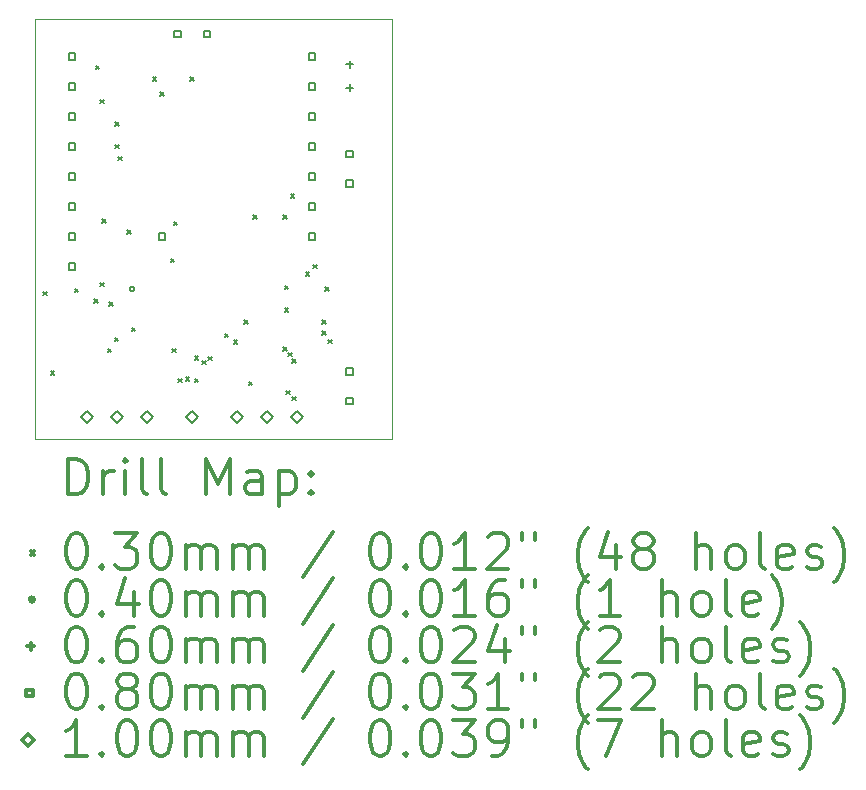
<source format=gbr>
%FSLAX45Y45*%
G04 Gerber Fmt 4.5, Leading zero omitted, Abs format (unit mm)*
G04 Created by KiCad (PCBNEW (5.1.5)-3) date 2021-02-15 21:04:54*
%MOMM*%
%LPD*%
G04 APERTURE LIST*
%TA.AperFunction,Profile*%
%ADD10C,0.050000*%
%TD*%
%ADD11C,0.200000*%
%ADD12C,0.300000*%
G04 APERTURE END LIST*
D10*
X6032500Y-11620500D02*
X6032500Y-8064500D01*
X9055100Y-11620500D02*
X6032500Y-11620500D01*
X9055100Y-8064500D02*
X9055100Y-11620500D01*
X6032500Y-8064500D02*
X9055100Y-8064500D01*
D11*
X6106400Y-10373600D02*
X6136400Y-10403600D01*
X6136400Y-10373600D02*
X6106400Y-10403600D01*
X6169900Y-11046700D02*
X6199900Y-11076700D01*
X6199900Y-11046700D02*
X6169900Y-11076700D01*
X6373100Y-10348200D02*
X6403100Y-10378200D01*
X6403100Y-10348200D02*
X6373100Y-10378200D01*
X6538200Y-10437100D02*
X6568200Y-10467100D01*
X6568200Y-10437100D02*
X6538200Y-10467100D01*
X6550900Y-8459400D02*
X6580900Y-8489400D01*
X6580900Y-8459400D02*
X6550900Y-8489400D01*
X6587300Y-10295700D02*
X6617300Y-10325700D01*
X6617300Y-10295700D02*
X6587300Y-10325700D01*
X6589000Y-8748000D02*
X6619000Y-8778000D01*
X6619000Y-8748000D02*
X6589000Y-8778000D01*
X6607300Y-9756900D02*
X6637300Y-9786900D01*
X6637300Y-9756900D02*
X6607300Y-9786900D01*
X6652500Y-10856200D02*
X6682500Y-10886200D01*
X6682500Y-10856200D02*
X6652500Y-10886200D01*
X6665200Y-10462500D02*
X6695200Y-10492500D01*
X6695200Y-10462500D02*
X6665200Y-10492500D01*
X6710400Y-10760200D02*
X6740400Y-10790200D01*
X6740400Y-10760200D02*
X6710400Y-10790200D01*
X6716000Y-8938500D02*
X6746000Y-8968500D01*
X6746000Y-8938500D02*
X6716000Y-8968500D01*
X6716000Y-9129000D02*
X6746000Y-9159000D01*
X6746000Y-9129000D02*
X6716000Y-9159000D01*
X6739650Y-9228850D02*
X6769650Y-9258850D01*
X6769650Y-9228850D02*
X6739650Y-9258850D01*
X6817600Y-9852900D02*
X6847600Y-9882900D01*
X6847600Y-9852900D02*
X6817600Y-9882900D01*
X6855700Y-10678400D02*
X6885700Y-10708400D01*
X6885700Y-10678400D02*
X6855700Y-10708400D01*
X7033500Y-8557500D02*
X7063500Y-8587500D01*
X7063500Y-8557500D02*
X7033500Y-8587500D01*
X7097000Y-8684500D02*
X7127000Y-8714500D01*
X7127000Y-8684500D02*
X7097000Y-8714500D01*
X7185900Y-10093165D02*
X7215900Y-10123165D01*
X7215900Y-10093165D02*
X7185900Y-10123165D01*
X7198600Y-10856200D02*
X7228600Y-10886200D01*
X7228600Y-10856200D02*
X7198600Y-10886200D01*
X7209384Y-9778616D02*
X7239384Y-9808616D01*
X7239384Y-9778616D02*
X7209384Y-9808616D01*
X7249400Y-11110200D02*
X7279400Y-11140200D01*
X7279400Y-11110200D02*
X7249400Y-11140200D01*
X7312900Y-11097500D02*
X7342900Y-11127500D01*
X7342900Y-11097500D02*
X7312900Y-11127500D01*
X7351000Y-8557500D02*
X7381000Y-8587500D01*
X7381000Y-8557500D02*
X7351000Y-8587500D01*
X7389100Y-10919700D02*
X7419100Y-10949700D01*
X7419100Y-10919700D02*
X7389100Y-10949700D01*
X7389100Y-11110200D02*
X7419100Y-11140200D01*
X7419100Y-11110200D02*
X7389100Y-11140200D01*
X7452600Y-10957800D02*
X7482600Y-10987800D01*
X7482600Y-10957800D02*
X7452600Y-10987800D01*
X7505100Y-10921400D02*
X7535100Y-10951400D01*
X7535100Y-10921400D02*
X7505100Y-10951400D01*
X7643100Y-10729200D02*
X7673100Y-10759200D01*
X7673100Y-10729200D02*
X7643100Y-10759200D01*
X7717600Y-10781700D02*
X7747600Y-10811700D01*
X7747600Y-10781700D02*
X7717600Y-10811700D01*
X7808200Y-10614900D02*
X7838200Y-10644900D01*
X7838200Y-10614900D02*
X7808200Y-10644900D01*
X7846300Y-11135600D02*
X7876300Y-11165600D01*
X7876300Y-11135600D02*
X7846300Y-11165600D01*
X7884400Y-9725900D02*
X7914400Y-9755900D01*
X7914400Y-9725900D02*
X7884400Y-9755900D01*
X8138400Y-9725900D02*
X8168400Y-9755900D01*
X8168400Y-9725900D02*
X8138400Y-9755900D01*
X8138400Y-10843500D02*
X8168400Y-10873500D01*
X8168400Y-10843500D02*
X8138400Y-10873500D01*
X8151100Y-10322800D02*
X8181100Y-10352800D01*
X8181100Y-10322800D02*
X8151100Y-10352800D01*
X8151100Y-10513300D02*
X8181100Y-10543300D01*
X8181100Y-10513300D02*
X8151100Y-10543300D01*
X8162100Y-11210100D02*
X8192100Y-11240100D01*
X8192100Y-11210100D02*
X8162100Y-11240100D01*
X8182850Y-10887950D02*
X8212850Y-10917950D01*
X8212850Y-10887950D02*
X8182850Y-10917950D01*
X8201900Y-9548100D02*
X8231900Y-9578100D01*
X8231900Y-9548100D02*
X8201900Y-9578100D01*
X8214600Y-10945100D02*
X8244600Y-10975100D01*
X8244600Y-10945100D02*
X8214600Y-10975100D01*
X8214600Y-11262600D02*
X8244600Y-11292600D01*
X8244600Y-11262600D02*
X8214600Y-11292600D01*
X8328900Y-10208500D02*
X8358900Y-10238500D01*
X8358900Y-10208500D02*
X8328900Y-10238500D01*
X8391401Y-10145000D02*
X8421401Y-10175000D01*
X8421401Y-10145000D02*
X8391401Y-10175000D01*
X8467400Y-10705000D02*
X8497400Y-10735000D01*
X8497400Y-10705000D02*
X8467400Y-10735000D01*
X8468600Y-10614900D02*
X8498600Y-10644900D01*
X8498600Y-10614900D02*
X8468600Y-10644900D01*
X8494000Y-10335500D02*
X8524000Y-10365500D01*
X8524000Y-10335500D02*
X8494000Y-10365500D01*
X8519400Y-10780000D02*
X8549400Y-10810000D01*
X8549400Y-10780000D02*
X8519400Y-10810000D01*
X6878000Y-10350500D02*
G75*
G03X6878000Y-10350500I-20000J0D01*
G01*
X8699500Y-8415500D02*
X8699500Y-8475500D01*
X8669500Y-8445500D02*
X8729500Y-8445500D01*
X8699500Y-8615500D02*
X8699500Y-8675500D01*
X8669500Y-8645500D02*
X8729500Y-8645500D01*
X7271284Y-8219784D02*
X7271284Y-8163215D01*
X7214715Y-8163215D01*
X7214715Y-8219784D01*
X7271284Y-8219784D01*
X7521284Y-8219784D02*
X7521284Y-8163215D01*
X7464715Y-8163215D01*
X7464715Y-8219784D01*
X7521284Y-8219784D01*
X8727785Y-11077285D02*
X8727785Y-11020716D01*
X8671216Y-11020716D01*
X8671216Y-11077285D01*
X8727785Y-11077285D01*
X8727785Y-11327284D02*
X8727785Y-11270715D01*
X8671216Y-11270715D01*
X8671216Y-11327284D01*
X8727785Y-11327284D01*
X8727785Y-9235785D02*
X8727785Y-9179216D01*
X8671216Y-9179216D01*
X8671216Y-9235785D01*
X8727785Y-9235785D01*
X8727785Y-9485785D02*
X8727785Y-9429216D01*
X8671216Y-9429216D01*
X8671216Y-9485785D01*
X8727785Y-9485785D01*
X6378272Y-8410401D02*
X6378272Y-8353831D01*
X6321703Y-8353831D01*
X6321703Y-8410401D01*
X6378272Y-8410401D01*
X6378272Y-8664401D02*
X6378272Y-8607832D01*
X6321703Y-8607832D01*
X6321703Y-8664401D01*
X6378272Y-8664401D01*
X6378272Y-8918401D02*
X6378272Y-8861832D01*
X6321703Y-8861832D01*
X6321703Y-8918401D01*
X6378272Y-8918401D01*
X6378272Y-9172401D02*
X6378272Y-9115832D01*
X6321703Y-9115832D01*
X6321703Y-9172401D01*
X6378272Y-9172401D01*
X6378272Y-9426401D02*
X6378272Y-9369832D01*
X6321703Y-9369832D01*
X6321703Y-9426401D01*
X6378272Y-9426401D01*
X6378272Y-9680401D02*
X6378272Y-9623832D01*
X6321703Y-9623832D01*
X6321703Y-9680401D01*
X6378272Y-9680401D01*
X6378272Y-9934401D02*
X6378272Y-9877832D01*
X6321703Y-9877832D01*
X6321703Y-9934401D01*
X6378272Y-9934401D01*
X6378272Y-10188401D02*
X6378272Y-10131832D01*
X6321703Y-10131832D01*
X6321703Y-10188401D01*
X6378272Y-10188401D01*
X7140272Y-9934401D02*
X7140272Y-9877832D01*
X7083703Y-9877832D01*
X7083703Y-9934401D01*
X7140272Y-9934401D01*
X8410273Y-8410401D02*
X8410273Y-8353831D01*
X8353703Y-8353831D01*
X8353703Y-8410401D01*
X8410273Y-8410401D01*
X8410273Y-8664401D02*
X8410273Y-8607832D01*
X8353703Y-8607832D01*
X8353703Y-8664401D01*
X8410273Y-8664401D01*
X8410273Y-8918401D02*
X8410273Y-8861832D01*
X8353703Y-8861832D01*
X8353703Y-8918401D01*
X8410273Y-8918401D01*
X8410273Y-9172401D02*
X8410273Y-9115832D01*
X8353703Y-9115832D01*
X8353703Y-9172401D01*
X8410273Y-9172401D01*
X8410273Y-9426401D02*
X8410273Y-9369832D01*
X8353703Y-9369832D01*
X8353703Y-9426401D01*
X8410273Y-9426401D01*
X8410273Y-9680401D02*
X8410273Y-9623832D01*
X8353703Y-9623832D01*
X8353703Y-9680401D01*
X8410273Y-9680401D01*
X8410273Y-9934401D02*
X8410273Y-9877832D01*
X8353703Y-9877832D01*
X8353703Y-9934401D01*
X8410273Y-9934401D01*
X6477000Y-11480000D02*
X6527000Y-11430000D01*
X6477000Y-11380000D01*
X6427000Y-11430000D01*
X6477000Y-11480000D01*
X6731000Y-11480000D02*
X6781000Y-11430000D01*
X6731000Y-11380000D01*
X6681000Y-11430000D01*
X6731000Y-11480000D01*
X6985000Y-11480000D02*
X7035000Y-11430000D01*
X6985000Y-11380000D01*
X6935000Y-11430000D01*
X6985000Y-11480000D01*
X7366000Y-11480000D02*
X7416000Y-11430000D01*
X7366000Y-11380000D01*
X7316000Y-11430000D01*
X7366000Y-11480000D01*
X7747000Y-11480000D02*
X7797000Y-11430000D01*
X7747000Y-11380000D01*
X7697000Y-11430000D01*
X7747000Y-11480000D01*
X8001000Y-11480000D02*
X8051000Y-11430000D01*
X8001000Y-11380000D01*
X7951000Y-11430000D01*
X8001000Y-11480000D01*
X8255000Y-11480000D02*
X8305000Y-11430000D01*
X8255000Y-11380000D01*
X8205000Y-11430000D01*
X8255000Y-11480000D01*
D12*
X6316428Y-12088714D02*
X6316428Y-11788714D01*
X6387857Y-11788714D01*
X6430714Y-11803000D01*
X6459286Y-11831571D01*
X6473571Y-11860143D01*
X6487857Y-11917286D01*
X6487857Y-11960143D01*
X6473571Y-12017286D01*
X6459286Y-12045857D01*
X6430714Y-12074429D01*
X6387857Y-12088714D01*
X6316428Y-12088714D01*
X6616428Y-12088714D02*
X6616428Y-11888714D01*
X6616428Y-11945857D02*
X6630714Y-11917286D01*
X6645000Y-11903000D01*
X6673571Y-11888714D01*
X6702143Y-11888714D01*
X6802143Y-12088714D02*
X6802143Y-11888714D01*
X6802143Y-11788714D02*
X6787857Y-11803000D01*
X6802143Y-11817286D01*
X6816428Y-11803000D01*
X6802143Y-11788714D01*
X6802143Y-11817286D01*
X6987857Y-12088714D02*
X6959286Y-12074429D01*
X6945000Y-12045857D01*
X6945000Y-11788714D01*
X7145000Y-12088714D02*
X7116428Y-12074429D01*
X7102143Y-12045857D01*
X7102143Y-11788714D01*
X7487857Y-12088714D02*
X7487857Y-11788714D01*
X7587857Y-12003000D01*
X7687857Y-11788714D01*
X7687857Y-12088714D01*
X7959286Y-12088714D02*
X7959286Y-11931571D01*
X7945000Y-11903000D01*
X7916428Y-11888714D01*
X7859286Y-11888714D01*
X7830714Y-11903000D01*
X7959286Y-12074429D02*
X7930714Y-12088714D01*
X7859286Y-12088714D01*
X7830714Y-12074429D01*
X7816428Y-12045857D01*
X7816428Y-12017286D01*
X7830714Y-11988714D01*
X7859286Y-11974429D01*
X7930714Y-11974429D01*
X7959286Y-11960143D01*
X8102143Y-11888714D02*
X8102143Y-12188714D01*
X8102143Y-11903000D02*
X8130714Y-11888714D01*
X8187857Y-11888714D01*
X8216428Y-11903000D01*
X8230714Y-11917286D01*
X8245000Y-11945857D01*
X8245000Y-12031571D01*
X8230714Y-12060143D01*
X8216428Y-12074429D01*
X8187857Y-12088714D01*
X8130714Y-12088714D01*
X8102143Y-12074429D01*
X8373571Y-12060143D02*
X8387857Y-12074429D01*
X8373571Y-12088714D01*
X8359286Y-12074429D01*
X8373571Y-12060143D01*
X8373571Y-12088714D01*
X8373571Y-11903000D02*
X8387857Y-11917286D01*
X8373571Y-11931571D01*
X8359286Y-11917286D01*
X8373571Y-11903000D01*
X8373571Y-11931571D01*
X6000000Y-12568000D02*
X6030000Y-12598000D01*
X6030000Y-12568000D02*
X6000000Y-12598000D01*
X6373571Y-12418714D02*
X6402143Y-12418714D01*
X6430714Y-12433000D01*
X6445000Y-12447286D01*
X6459286Y-12475857D01*
X6473571Y-12533000D01*
X6473571Y-12604429D01*
X6459286Y-12661571D01*
X6445000Y-12690143D01*
X6430714Y-12704429D01*
X6402143Y-12718714D01*
X6373571Y-12718714D01*
X6345000Y-12704429D01*
X6330714Y-12690143D01*
X6316428Y-12661571D01*
X6302143Y-12604429D01*
X6302143Y-12533000D01*
X6316428Y-12475857D01*
X6330714Y-12447286D01*
X6345000Y-12433000D01*
X6373571Y-12418714D01*
X6602143Y-12690143D02*
X6616428Y-12704429D01*
X6602143Y-12718714D01*
X6587857Y-12704429D01*
X6602143Y-12690143D01*
X6602143Y-12718714D01*
X6716428Y-12418714D02*
X6902143Y-12418714D01*
X6802143Y-12533000D01*
X6845000Y-12533000D01*
X6873571Y-12547286D01*
X6887857Y-12561571D01*
X6902143Y-12590143D01*
X6902143Y-12661571D01*
X6887857Y-12690143D01*
X6873571Y-12704429D01*
X6845000Y-12718714D01*
X6759286Y-12718714D01*
X6730714Y-12704429D01*
X6716428Y-12690143D01*
X7087857Y-12418714D02*
X7116428Y-12418714D01*
X7145000Y-12433000D01*
X7159286Y-12447286D01*
X7173571Y-12475857D01*
X7187857Y-12533000D01*
X7187857Y-12604429D01*
X7173571Y-12661571D01*
X7159286Y-12690143D01*
X7145000Y-12704429D01*
X7116428Y-12718714D01*
X7087857Y-12718714D01*
X7059286Y-12704429D01*
X7045000Y-12690143D01*
X7030714Y-12661571D01*
X7016428Y-12604429D01*
X7016428Y-12533000D01*
X7030714Y-12475857D01*
X7045000Y-12447286D01*
X7059286Y-12433000D01*
X7087857Y-12418714D01*
X7316428Y-12718714D02*
X7316428Y-12518714D01*
X7316428Y-12547286D02*
X7330714Y-12533000D01*
X7359286Y-12518714D01*
X7402143Y-12518714D01*
X7430714Y-12533000D01*
X7445000Y-12561571D01*
X7445000Y-12718714D01*
X7445000Y-12561571D02*
X7459286Y-12533000D01*
X7487857Y-12518714D01*
X7530714Y-12518714D01*
X7559286Y-12533000D01*
X7573571Y-12561571D01*
X7573571Y-12718714D01*
X7716428Y-12718714D02*
X7716428Y-12518714D01*
X7716428Y-12547286D02*
X7730714Y-12533000D01*
X7759286Y-12518714D01*
X7802143Y-12518714D01*
X7830714Y-12533000D01*
X7845000Y-12561571D01*
X7845000Y-12718714D01*
X7845000Y-12561571D02*
X7859286Y-12533000D01*
X7887857Y-12518714D01*
X7930714Y-12518714D01*
X7959286Y-12533000D01*
X7973571Y-12561571D01*
X7973571Y-12718714D01*
X8559286Y-12404429D02*
X8302143Y-12790143D01*
X8945000Y-12418714D02*
X8973571Y-12418714D01*
X9002143Y-12433000D01*
X9016428Y-12447286D01*
X9030714Y-12475857D01*
X9045000Y-12533000D01*
X9045000Y-12604429D01*
X9030714Y-12661571D01*
X9016428Y-12690143D01*
X9002143Y-12704429D01*
X8973571Y-12718714D01*
X8945000Y-12718714D01*
X8916428Y-12704429D01*
X8902143Y-12690143D01*
X8887857Y-12661571D01*
X8873571Y-12604429D01*
X8873571Y-12533000D01*
X8887857Y-12475857D01*
X8902143Y-12447286D01*
X8916428Y-12433000D01*
X8945000Y-12418714D01*
X9173571Y-12690143D02*
X9187857Y-12704429D01*
X9173571Y-12718714D01*
X9159286Y-12704429D01*
X9173571Y-12690143D01*
X9173571Y-12718714D01*
X9373571Y-12418714D02*
X9402143Y-12418714D01*
X9430714Y-12433000D01*
X9445000Y-12447286D01*
X9459286Y-12475857D01*
X9473571Y-12533000D01*
X9473571Y-12604429D01*
X9459286Y-12661571D01*
X9445000Y-12690143D01*
X9430714Y-12704429D01*
X9402143Y-12718714D01*
X9373571Y-12718714D01*
X9345000Y-12704429D01*
X9330714Y-12690143D01*
X9316428Y-12661571D01*
X9302143Y-12604429D01*
X9302143Y-12533000D01*
X9316428Y-12475857D01*
X9330714Y-12447286D01*
X9345000Y-12433000D01*
X9373571Y-12418714D01*
X9759286Y-12718714D02*
X9587857Y-12718714D01*
X9673571Y-12718714D02*
X9673571Y-12418714D01*
X9645000Y-12461571D01*
X9616428Y-12490143D01*
X9587857Y-12504429D01*
X9873571Y-12447286D02*
X9887857Y-12433000D01*
X9916428Y-12418714D01*
X9987857Y-12418714D01*
X10016428Y-12433000D01*
X10030714Y-12447286D01*
X10045000Y-12475857D01*
X10045000Y-12504429D01*
X10030714Y-12547286D01*
X9859286Y-12718714D01*
X10045000Y-12718714D01*
X10159286Y-12418714D02*
X10159286Y-12475857D01*
X10273571Y-12418714D02*
X10273571Y-12475857D01*
X10716428Y-12833000D02*
X10702143Y-12818714D01*
X10673571Y-12775857D01*
X10659286Y-12747286D01*
X10645000Y-12704429D01*
X10630714Y-12633000D01*
X10630714Y-12575857D01*
X10645000Y-12504429D01*
X10659286Y-12461571D01*
X10673571Y-12433000D01*
X10702143Y-12390143D01*
X10716428Y-12375857D01*
X10959286Y-12518714D02*
X10959286Y-12718714D01*
X10887857Y-12404429D02*
X10816428Y-12618714D01*
X11002143Y-12618714D01*
X11159286Y-12547286D02*
X11130714Y-12533000D01*
X11116428Y-12518714D01*
X11102143Y-12490143D01*
X11102143Y-12475857D01*
X11116428Y-12447286D01*
X11130714Y-12433000D01*
X11159286Y-12418714D01*
X11216428Y-12418714D01*
X11245000Y-12433000D01*
X11259286Y-12447286D01*
X11273571Y-12475857D01*
X11273571Y-12490143D01*
X11259286Y-12518714D01*
X11245000Y-12533000D01*
X11216428Y-12547286D01*
X11159286Y-12547286D01*
X11130714Y-12561571D01*
X11116428Y-12575857D01*
X11102143Y-12604429D01*
X11102143Y-12661571D01*
X11116428Y-12690143D01*
X11130714Y-12704429D01*
X11159286Y-12718714D01*
X11216428Y-12718714D01*
X11245000Y-12704429D01*
X11259286Y-12690143D01*
X11273571Y-12661571D01*
X11273571Y-12604429D01*
X11259286Y-12575857D01*
X11245000Y-12561571D01*
X11216428Y-12547286D01*
X11630714Y-12718714D02*
X11630714Y-12418714D01*
X11759286Y-12718714D02*
X11759286Y-12561571D01*
X11745000Y-12533000D01*
X11716428Y-12518714D01*
X11673571Y-12518714D01*
X11645000Y-12533000D01*
X11630714Y-12547286D01*
X11945000Y-12718714D02*
X11916428Y-12704429D01*
X11902143Y-12690143D01*
X11887857Y-12661571D01*
X11887857Y-12575857D01*
X11902143Y-12547286D01*
X11916428Y-12533000D01*
X11945000Y-12518714D01*
X11987857Y-12518714D01*
X12016428Y-12533000D01*
X12030714Y-12547286D01*
X12045000Y-12575857D01*
X12045000Y-12661571D01*
X12030714Y-12690143D01*
X12016428Y-12704429D01*
X11987857Y-12718714D01*
X11945000Y-12718714D01*
X12216428Y-12718714D02*
X12187857Y-12704429D01*
X12173571Y-12675857D01*
X12173571Y-12418714D01*
X12445000Y-12704429D02*
X12416428Y-12718714D01*
X12359286Y-12718714D01*
X12330714Y-12704429D01*
X12316428Y-12675857D01*
X12316428Y-12561571D01*
X12330714Y-12533000D01*
X12359286Y-12518714D01*
X12416428Y-12518714D01*
X12445000Y-12533000D01*
X12459286Y-12561571D01*
X12459286Y-12590143D01*
X12316428Y-12618714D01*
X12573571Y-12704429D02*
X12602143Y-12718714D01*
X12659286Y-12718714D01*
X12687857Y-12704429D01*
X12702143Y-12675857D01*
X12702143Y-12661571D01*
X12687857Y-12633000D01*
X12659286Y-12618714D01*
X12616428Y-12618714D01*
X12587857Y-12604429D01*
X12573571Y-12575857D01*
X12573571Y-12561571D01*
X12587857Y-12533000D01*
X12616428Y-12518714D01*
X12659286Y-12518714D01*
X12687857Y-12533000D01*
X12802143Y-12833000D02*
X12816428Y-12818714D01*
X12845000Y-12775857D01*
X12859286Y-12747286D01*
X12873571Y-12704429D01*
X12887857Y-12633000D01*
X12887857Y-12575857D01*
X12873571Y-12504429D01*
X12859286Y-12461571D01*
X12845000Y-12433000D01*
X12816428Y-12390143D01*
X12802143Y-12375857D01*
X6030000Y-12979000D02*
G75*
G03X6030000Y-12979000I-20000J0D01*
G01*
X6373571Y-12814714D02*
X6402143Y-12814714D01*
X6430714Y-12829000D01*
X6445000Y-12843286D01*
X6459286Y-12871857D01*
X6473571Y-12929000D01*
X6473571Y-13000429D01*
X6459286Y-13057571D01*
X6445000Y-13086143D01*
X6430714Y-13100429D01*
X6402143Y-13114714D01*
X6373571Y-13114714D01*
X6345000Y-13100429D01*
X6330714Y-13086143D01*
X6316428Y-13057571D01*
X6302143Y-13000429D01*
X6302143Y-12929000D01*
X6316428Y-12871857D01*
X6330714Y-12843286D01*
X6345000Y-12829000D01*
X6373571Y-12814714D01*
X6602143Y-13086143D02*
X6616428Y-13100429D01*
X6602143Y-13114714D01*
X6587857Y-13100429D01*
X6602143Y-13086143D01*
X6602143Y-13114714D01*
X6873571Y-12914714D02*
X6873571Y-13114714D01*
X6802143Y-12800429D02*
X6730714Y-13014714D01*
X6916428Y-13014714D01*
X7087857Y-12814714D02*
X7116428Y-12814714D01*
X7145000Y-12829000D01*
X7159286Y-12843286D01*
X7173571Y-12871857D01*
X7187857Y-12929000D01*
X7187857Y-13000429D01*
X7173571Y-13057571D01*
X7159286Y-13086143D01*
X7145000Y-13100429D01*
X7116428Y-13114714D01*
X7087857Y-13114714D01*
X7059286Y-13100429D01*
X7045000Y-13086143D01*
X7030714Y-13057571D01*
X7016428Y-13000429D01*
X7016428Y-12929000D01*
X7030714Y-12871857D01*
X7045000Y-12843286D01*
X7059286Y-12829000D01*
X7087857Y-12814714D01*
X7316428Y-13114714D02*
X7316428Y-12914714D01*
X7316428Y-12943286D02*
X7330714Y-12929000D01*
X7359286Y-12914714D01*
X7402143Y-12914714D01*
X7430714Y-12929000D01*
X7445000Y-12957571D01*
X7445000Y-13114714D01*
X7445000Y-12957571D02*
X7459286Y-12929000D01*
X7487857Y-12914714D01*
X7530714Y-12914714D01*
X7559286Y-12929000D01*
X7573571Y-12957571D01*
X7573571Y-13114714D01*
X7716428Y-13114714D02*
X7716428Y-12914714D01*
X7716428Y-12943286D02*
X7730714Y-12929000D01*
X7759286Y-12914714D01*
X7802143Y-12914714D01*
X7830714Y-12929000D01*
X7845000Y-12957571D01*
X7845000Y-13114714D01*
X7845000Y-12957571D02*
X7859286Y-12929000D01*
X7887857Y-12914714D01*
X7930714Y-12914714D01*
X7959286Y-12929000D01*
X7973571Y-12957571D01*
X7973571Y-13114714D01*
X8559286Y-12800429D02*
X8302143Y-13186143D01*
X8945000Y-12814714D02*
X8973571Y-12814714D01*
X9002143Y-12829000D01*
X9016428Y-12843286D01*
X9030714Y-12871857D01*
X9045000Y-12929000D01*
X9045000Y-13000429D01*
X9030714Y-13057571D01*
X9016428Y-13086143D01*
X9002143Y-13100429D01*
X8973571Y-13114714D01*
X8945000Y-13114714D01*
X8916428Y-13100429D01*
X8902143Y-13086143D01*
X8887857Y-13057571D01*
X8873571Y-13000429D01*
X8873571Y-12929000D01*
X8887857Y-12871857D01*
X8902143Y-12843286D01*
X8916428Y-12829000D01*
X8945000Y-12814714D01*
X9173571Y-13086143D02*
X9187857Y-13100429D01*
X9173571Y-13114714D01*
X9159286Y-13100429D01*
X9173571Y-13086143D01*
X9173571Y-13114714D01*
X9373571Y-12814714D02*
X9402143Y-12814714D01*
X9430714Y-12829000D01*
X9445000Y-12843286D01*
X9459286Y-12871857D01*
X9473571Y-12929000D01*
X9473571Y-13000429D01*
X9459286Y-13057571D01*
X9445000Y-13086143D01*
X9430714Y-13100429D01*
X9402143Y-13114714D01*
X9373571Y-13114714D01*
X9345000Y-13100429D01*
X9330714Y-13086143D01*
X9316428Y-13057571D01*
X9302143Y-13000429D01*
X9302143Y-12929000D01*
X9316428Y-12871857D01*
X9330714Y-12843286D01*
X9345000Y-12829000D01*
X9373571Y-12814714D01*
X9759286Y-13114714D02*
X9587857Y-13114714D01*
X9673571Y-13114714D02*
X9673571Y-12814714D01*
X9645000Y-12857571D01*
X9616428Y-12886143D01*
X9587857Y-12900429D01*
X10016428Y-12814714D02*
X9959286Y-12814714D01*
X9930714Y-12829000D01*
X9916428Y-12843286D01*
X9887857Y-12886143D01*
X9873571Y-12943286D01*
X9873571Y-13057571D01*
X9887857Y-13086143D01*
X9902143Y-13100429D01*
X9930714Y-13114714D01*
X9987857Y-13114714D01*
X10016428Y-13100429D01*
X10030714Y-13086143D01*
X10045000Y-13057571D01*
X10045000Y-12986143D01*
X10030714Y-12957571D01*
X10016428Y-12943286D01*
X9987857Y-12929000D01*
X9930714Y-12929000D01*
X9902143Y-12943286D01*
X9887857Y-12957571D01*
X9873571Y-12986143D01*
X10159286Y-12814714D02*
X10159286Y-12871857D01*
X10273571Y-12814714D02*
X10273571Y-12871857D01*
X10716428Y-13229000D02*
X10702143Y-13214714D01*
X10673571Y-13171857D01*
X10659286Y-13143286D01*
X10645000Y-13100429D01*
X10630714Y-13029000D01*
X10630714Y-12971857D01*
X10645000Y-12900429D01*
X10659286Y-12857571D01*
X10673571Y-12829000D01*
X10702143Y-12786143D01*
X10716428Y-12771857D01*
X10987857Y-13114714D02*
X10816428Y-13114714D01*
X10902143Y-13114714D02*
X10902143Y-12814714D01*
X10873571Y-12857571D01*
X10845000Y-12886143D01*
X10816428Y-12900429D01*
X11345000Y-13114714D02*
X11345000Y-12814714D01*
X11473571Y-13114714D02*
X11473571Y-12957571D01*
X11459286Y-12929000D01*
X11430714Y-12914714D01*
X11387857Y-12914714D01*
X11359286Y-12929000D01*
X11345000Y-12943286D01*
X11659286Y-13114714D02*
X11630714Y-13100429D01*
X11616428Y-13086143D01*
X11602143Y-13057571D01*
X11602143Y-12971857D01*
X11616428Y-12943286D01*
X11630714Y-12929000D01*
X11659286Y-12914714D01*
X11702143Y-12914714D01*
X11730714Y-12929000D01*
X11745000Y-12943286D01*
X11759286Y-12971857D01*
X11759286Y-13057571D01*
X11745000Y-13086143D01*
X11730714Y-13100429D01*
X11702143Y-13114714D01*
X11659286Y-13114714D01*
X11930714Y-13114714D02*
X11902143Y-13100429D01*
X11887857Y-13071857D01*
X11887857Y-12814714D01*
X12159286Y-13100429D02*
X12130714Y-13114714D01*
X12073571Y-13114714D01*
X12045000Y-13100429D01*
X12030714Y-13071857D01*
X12030714Y-12957571D01*
X12045000Y-12929000D01*
X12073571Y-12914714D01*
X12130714Y-12914714D01*
X12159286Y-12929000D01*
X12173571Y-12957571D01*
X12173571Y-12986143D01*
X12030714Y-13014714D01*
X12273571Y-13229000D02*
X12287857Y-13214714D01*
X12316428Y-13171857D01*
X12330714Y-13143286D01*
X12345000Y-13100429D01*
X12359286Y-13029000D01*
X12359286Y-12971857D01*
X12345000Y-12900429D01*
X12330714Y-12857571D01*
X12316428Y-12829000D01*
X12287857Y-12786143D01*
X12273571Y-12771857D01*
X6000000Y-13345000D02*
X6000000Y-13405000D01*
X5970000Y-13375000D02*
X6030000Y-13375000D01*
X6373571Y-13210714D02*
X6402143Y-13210714D01*
X6430714Y-13225000D01*
X6445000Y-13239286D01*
X6459286Y-13267857D01*
X6473571Y-13325000D01*
X6473571Y-13396429D01*
X6459286Y-13453571D01*
X6445000Y-13482143D01*
X6430714Y-13496429D01*
X6402143Y-13510714D01*
X6373571Y-13510714D01*
X6345000Y-13496429D01*
X6330714Y-13482143D01*
X6316428Y-13453571D01*
X6302143Y-13396429D01*
X6302143Y-13325000D01*
X6316428Y-13267857D01*
X6330714Y-13239286D01*
X6345000Y-13225000D01*
X6373571Y-13210714D01*
X6602143Y-13482143D02*
X6616428Y-13496429D01*
X6602143Y-13510714D01*
X6587857Y-13496429D01*
X6602143Y-13482143D01*
X6602143Y-13510714D01*
X6873571Y-13210714D02*
X6816428Y-13210714D01*
X6787857Y-13225000D01*
X6773571Y-13239286D01*
X6745000Y-13282143D01*
X6730714Y-13339286D01*
X6730714Y-13453571D01*
X6745000Y-13482143D01*
X6759286Y-13496429D01*
X6787857Y-13510714D01*
X6845000Y-13510714D01*
X6873571Y-13496429D01*
X6887857Y-13482143D01*
X6902143Y-13453571D01*
X6902143Y-13382143D01*
X6887857Y-13353571D01*
X6873571Y-13339286D01*
X6845000Y-13325000D01*
X6787857Y-13325000D01*
X6759286Y-13339286D01*
X6745000Y-13353571D01*
X6730714Y-13382143D01*
X7087857Y-13210714D02*
X7116428Y-13210714D01*
X7145000Y-13225000D01*
X7159286Y-13239286D01*
X7173571Y-13267857D01*
X7187857Y-13325000D01*
X7187857Y-13396429D01*
X7173571Y-13453571D01*
X7159286Y-13482143D01*
X7145000Y-13496429D01*
X7116428Y-13510714D01*
X7087857Y-13510714D01*
X7059286Y-13496429D01*
X7045000Y-13482143D01*
X7030714Y-13453571D01*
X7016428Y-13396429D01*
X7016428Y-13325000D01*
X7030714Y-13267857D01*
X7045000Y-13239286D01*
X7059286Y-13225000D01*
X7087857Y-13210714D01*
X7316428Y-13510714D02*
X7316428Y-13310714D01*
X7316428Y-13339286D02*
X7330714Y-13325000D01*
X7359286Y-13310714D01*
X7402143Y-13310714D01*
X7430714Y-13325000D01*
X7445000Y-13353571D01*
X7445000Y-13510714D01*
X7445000Y-13353571D02*
X7459286Y-13325000D01*
X7487857Y-13310714D01*
X7530714Y-13310714D01*
X7559286Y-13325000D01*
X7573571Y-13353571D01*
X7573571Y-13510714D01*
X7716428Y-13510714D02*
X7716428Y-13310714D01*
X7716428Y-13339286D02*
X7730714Y-13325000D01*
X7759286Y-13310714D01*
X7802143Y-13310714D01*
X7830714Y-13325000D01*
X7845000Y-13353571D01*
X7845000Y-13510714D01*
X7845000Y-13353571D02*
X7859286Y-13325000D01*
X7887857Y-13310714D01*
X7930714Y-13310714D01*
X7959286Y-13325000D01*
X7973571Y-13353571D01*
X7973571Y-13510714D01*
X8559286Y-13196429D02*
X8302143Y-13582143D01*
X8945000Y-13210714D02*
X8973571Y-13210714D01*
X9002143Y-13225000D01*
X9016428Y-13239286D01*
X9030714Y-13267857D01*
X9045000Y-13325000D01*
X9045000Y-13396429D01*
X9030714Y-13453571D01*
X9016428Y-13482143D01*
X9002143Y-13496429D01*
X8973571Y-13510714D01*
X8945000Y-13510714D01*
X8916428Y-13496429D01*
X8902143Y-13482143D01*
X8887857Y-13453571D01*
X8873571Y-13396429D01*
X8873571Y-13325000D01*
X8887857Y-13267857D01*
X8902143Y-13239286D01*
X8916428Y-13225000D01*
X8945000Y-13210714D01*
X9173571Y-13482143D02*
X9187857Y-13496429D01*
X9173571Y-13510714D01*
X9159286Y-13496429D01*
X9173571Y-13482143D01*
X9173571Y-13510714D01*
X9373571Y-13210714D02*
X9402143Y-13210714D01*
X9430714Y-13225000D01*
X9445000Y-13239286D01*
X9459286Y-13267857D01*
X9473571Y-13325000D01*
X9473571Y-13396429D01*
X9459286Y-13453571D01*
X9445000Y-13482143D01*
X9430714Y-13496429D01*
X9402143Y-13510714D01*
X9373571Y-13510714D01*
X9345000Y-13496429D01*
X9330714Y-13482143D01*
X9316428Y-13453571D01*
X9302143Y-13396429D01*
X9302143Y-13325000D01*
X9316428Y-13267857D01*
X9330714Y-13239286D01*
X9345000Y-13225000D01*
X9373571Y-13210714D01*
X9587857Y-13239286D02*
X9602143Y-13225000D01*
X9630714Y-13210714D01*
X9702143Y-13210714D01*
X9730714Y-13225000D01*
X9745000Y-13239286D01*
X9759286Y-13267857D01*
X9759286Y-13296429D01*
X9745000Y-13339286D01*
X9573571Y-13510714D01*
X9759286Y-13510714D01*
X10016428Y-13310714D02*
X10016428Y-13510714D01*
X9945000Y-13196429D02*
X9873571Y-13410714D01*
X10059286Y-13410714D01*
X10159286Y-13210714D02*
X10159286Y-13267857D01*
X10273571Y-13210714D02*
X10273571Y-13267857D01*
X10716428Y-13625000D02*
X10702143Y-13610714D01*
X10673571Y-13567857D01*
X10659286Y-13539286D01*
X10645000Y-13496429D01*
X10630714Y-13425000D01*
X10630714Y-13367857D01*
X10645000Y-13296429D01*
X10659286Y-13253571D01*
X10673571Y-13225000D01*
X10702143Y-13182143D01*
X10716428Y-13167857D01*
X10816428Y-13239286D02*
X10830714Y-13225000D01*
X10859286Y-13210714D01*
X10930714Y-13210714D01*
X10959286Y-13225000D01*
X10973571Y-13239286D01*
X10987857Y-13267857D01*
X10987857Y-13296429D01*
X10973571Y-13339286D01*
X10802143Y-13510714D01*
X10987857Y-13510714D01*
X11345000Y-13510714D02*
X11345000Y-13210714D01*
X11473571Y-13510714D02*
X11473571Y-13353571D01*
X11459286Y-13325000D01*
X11430714Y-13310714D01*
X11387857Y-13310714D01*
X11359286Y-13325000D01*
X11345000Y-13339286D01*
X11659286Y-13510714D02*
X11630714Y-13496429D01*
X11616428Y-13482143D01*
X11602143Y-13453571D01*
X11602143Y-13367857D01*
X11616428Y-13339286D01*
X11630714Y-13325000D01*
X11659286Y-13310714D01*
X11702143Y-13310714D01*
X11730714Y-13325000D01*
X11745000Y-13339286D01*
X11759286Y-13367857D01*
X11759286Y-13453571D01*
X11745000Y-13482143D01*
X11730714Y-13496429D01*
X11702143Y-13510714D01*
X11659286Y-13510714D01*
X11930714Y-13510714D02*
X11902143Y-13496429D01*
X11887857Y-13467857D01*
X11887857Y-13210714D01*
X12159286Y-13496429D02*
X12130714Y-13510714D01*
X12073571Y-13510714D01*
X12045000Y-13496429D01*
X12030714Y-13467857D01*
X12030714Y-13353571D01*
X12045000Y-13325000D01*
X12073571Y-13310714D01*
X12130714Y-13310714D01*
X12159286Y-13325000D01*
X12173571Y-13353571D01*
X12173571Y-13382143D01*
X12030714Y-13410714D01*
X12287857Y-13496429D02*
X12316428Y-13510714D01*
X12373571Y-13510714D01*
X12402143Y-13496429D01*
X12416428Y-13467857D01*
X12416428Y-13453571D01*
X12402143Y-13425000D01*
X12373571Y-13410714D01*
X12330714Y-13410714D01*
X12302143Y-13396429D01*
X12287857Y-13367857D01*
X12287857Y-13353571D01*
X12302143Y-13325000D01*
X12330714Y-13310714D01*
X12373571Y-13310714D01*
X12402143Y-13325000D01*
X12516428Y-13625000D02*
X12530714Y-13610714D01*
X12559286Y-13567857D01*
X12573571Y-13539286D01*
X12587857Y-13496429D01*
X12602143Y-13425000D01*
X12602143Y-13367857D01*
X12587857Y-13296429D01*
X12573571Y-13253571D01*
X12559286Y-13225000D01*
X12530714Y-13182143D01*
X12516428Y-13167857D01*
X6018284Y-13799285D02*
X6018284Y-13742716D01*
X5961715Y-13742716D01*
X5961715Y-13799285D01*
X6018284Y-13799285D01*
X6373571Y-13606714D02*
X6402143Y-13606714D01*
X6430714Y-13621000D01*
X6445000Y-13635286D01*
X6459286Y-13663857D01*
X6473571Y-13721000D01*
X6473571Y-13792429D01*
X6459286Y-13849571D01*
X6445000Y-13878143D01*
X6430714Y-13892429D01*
X6402143Y-13906714D01*
X6373571Y-13906714D01*
X6345000Y-13892429D01*
X6330714Y-13878143D01*
X6316428Y-13849571D01*
X6302143Y-13792429D01*
X6302143Y-13721000D01*
X6316428Y-13663857D01*
X6330714Y-13635286D01*
X6345000Y-13621000D01*
X6373571Y-13606714D01*
X6602143Y-13878143D02*
X6616428Y-13892429D01*
X6602143Y-13906714D01*
X6587857Y-13892429D01*
X6602143Y-13878143D01*
X6602143Y-13906714D01*
X6787857Y-13735286D02*
X6759286Y-13721000D01*
X6745000Y-13706714D01*
X6730714Y-13678143D01*
X6730714Y-13663857D01*
X6745000Y-13635286D01*
X6759286Y-13621000D01*
X6787857Y-13606714D01*
X6845000Y-13606714D01*
X6873571Y-13621000D01*
X6887857Y-13635286D01*
X6902143Y-13663857D01*
X6902143Y-13678143D01*
X6887857Y-13706714D01*
X6873571Y-13721000D01*
X6845000Y-13735286D01*
X6787857Y-13735286D01*
X6759286Y-13749571D01*
X6745000Y-13763857D01*
X6730714Y-13792429D01*
X6730714Y-13849571D01*
X6745000Y-13878143D01*
X6759286Y-13892429D01*
X6787857Y-13906714D01*
X6845000Y-13906714D01*
X6873571Y-13892429D01*
X6887857Y-13878143D01*
X6902143Y-13849571D01*
X6902143Y-13792429D01*
X6887857Y-13763857D01*
X6873571Y-13749571D01*
X6845000Y-13735286D01*
X7087857Y-13606714D02*
X7116428Y-13606714D01*
X7145000Y-13621000D01*
X7159286Y-13635286D01*
X7173571Y-13663857D01*
X7187857Y-13721000D01*
X7187857Y-13792429D01*
X7173571Y-13849571D01*
X7159286Y-13878143D01*
X7145000Y-13892429D01*
X7116428Y-13906714D01*
X7087857Y-13906714D01*
X7059286Y-13892429D01*
X7045000Y-13878143D01*
X7030714Y-13849571D01*
X7016428Y-13792429D01*
X7016428Y-13721000D01*
X7030714Y-13663857D01*
X7045000Y-13635286D01*
X7059286Y-13621000D01*
X7087857Y-13606714D01*
X7316428Y-13906714D02*
X7316428Y-13706714D01*
X7316428Y-13735286D02*
X7330714Y-13721000D01*
X7359286Y-13706714D01*
X7402143Y-13706714D01*
X7430714Y-13721000D01*
X7445000Y-13749571D01*
X7445000Y-13906714D01*
X7445000Y-13749571D02*
X7459286Y-13721000D01*
X7487857Y-13706714D01*
X7530714Y-13706714D01*
X7559286Y-13721000D01*
X7573571Y-13749571D01*
X7573571Y-13906714D01*
X7716428Y-13906714D02*
X7716428Y-13706714D01*
X7716428Y-13735286D02*
X7730714Y-13721000D01*
X7759286Y-13706714D01*
X7802143Y-13706714D01*
X7830714Y-13721000D01*
X7845000Y-13749571D01*
X7845000Y-13906714D01*
X7845000Y-13749571D02*
X7859286Y-13721000D01*
X7887857Y-13706714D01*
X7930714Y-13706714D01*
X7959286Y-13721000D01*
X7973571Y-13749571D01*
X7973571Y-13906714D01*
X8559286Y-13592429D02*
X8302143Y-13978143D01*
X8945000Y-13606714D02*
X8973571Y-13606714D01*
X9002143Y-13621000D01*
X9016428Y-13635286D01*
X9030714Y-13663857D01*
X9045000Y-13721000D01*
X9045000Y-13792429D01*
X9030714Y-13849571D01*
X9016428Y-13878143D01*
X9002143Y-13892429D01*
X8973571Y-13906714D01*
X8945000Y-13906714D01*
X8916428Y-13892429D01*
X8902143Y-13878143D01*
X8887857Y-13849571D01*
X8873571Y-13792429D01*
X8873571Y-13721000D01*
X8887857Y-13663857D01*
X8902143Y-13635286D01*
X8916428Y-13621000D01*
X8945000Y-13606714D01*
X9173571Y-13878143D02*
X9187857Y-13892429D01*
X9173571Y-13906714D01*
X9159286Y-13892429D01*
X9173571Y-13878143D01*
X9173571Y-13906714D01*
X9373571Y-13606714D02*
X9402143Y-13606714D01*
X9430714Y-13621000D01*
X9445000Y-13635286D01*
X9459286Y-13663857D01*
X9473571Y-13721000D01*
X9473571Y-13792429D01*
X9459286Y-13849571D01*
X9445000Y-13878143D01*
X9430714Y-13892429D01*
X9402143Y-13906714D01*
X9373571Y-13906714D01*
X9345000Y-13892429D01*
X9330714Y-13878143D01*
X9316428Y-13849571D01*
X9302143Y-13792429D01*
X9302143Y-13721000D01*
X9316428Y-13663857D01*
X9330714Y-13635286D01*
X9345000Y-13621000D01*
X9373571Y-13606714D01*
X9573571Y-13606714D02*
X9759286Y-13606714D01*
X9659286Y-13721000D01*
X9702143Y-13721000D01*
X9730714Y-13735286D01*
X9745000Y-13749571D01*
X9759286Y-13778143D01*
X9759286Y-13849571D01*
X9745000Y-13878143D01*
X9730714Y-13892429D01*
X9702143Y-13906714D01*
X9616428Y-13906714D01*
X9587857Y-13892429D01*
X9573571Y-13878143D01*
X10045000Y-13906714D02*
X9873571Y-13906714D01*
X9959286Y-13906714D02*
X9959286Y-13606714D01*
X9930714Y-13649571D01*
X9902143Y-13678143D01*
X9873571Y-13692429D01*
X10159286Y-13606714D02*
X10159286Y-13663857D01*
X10273571Y-13606714D02*
X10273571Y-13663857D01*
X10716428Y-14021000D02*
X10702143Y-14006714D01*
X10673571Y-13963857D01*
X10659286Y-13935286D01*
X10645000Y-13892429D01*
X10630714Y-13821000D01*
X10630714Y-13763857D01*
X10645000Y-13692429D01*
X10659286Y-13649571D01*
X10673571Y-13621000D01*
X10702143Y-13578143D01*
X10716428Y-13563857D01*
X10816428Y-13635286D02*
X10830714Y-13621000D01*
X10859286Y-13606714D01*
X10930714Y-13606714D01*
X10959286Y-13621000D01*
X10973571Y-13635286D01*
X10987857Y-13663857D01*
X10987857Y-13692429D01*
X10973571Y-13735286D01*
X10802143Y-13906714D01*
X10987857Y-13906714D01*
X11102143Y-13635286D02*
X11116428Y-13621000D01*
X11145000Y-13606714D01*
X11216428Y-13606714D01*
X11245000Y-13621000D01*
X11259286Y-13635286D01*
X11273571Y-13663857D01*
X11273571Y-13692429D01*
X11259286Y-13735286D01*
X11087857Y-13906714D01*
X11273571Y-13906714D01*
X11630714Y-13906714D02*
X11630714Y-13606714D01*
X11759286Y-13906714D02*
X11759286Y-13749571D01*
X11745000Y-13721000D01*
X11716428Y-13706714D01*
X11673571Y-13706714D01*
X11645000Y-13721000D01*
X11630714Y-13735286D01*
X11945000Y-13906714D02*
X11916428Y-13892429D01*
X11902143Y-13878143D01*
X11887857Y-13849571D01*
X11887857Y-13763857D01*
X11902143Y-13735286D01*
X11916428Y-13721000D01*
X11945000Y-13706714D01*
X11987857Y-13706714D01*
X12016428Y-13721000D01*
X12030714Y-13735286D01*
X12045000Y-13763857D01*
X12045000Y-13849571D01*
X12030714Y-13878143D01*
X12016428Y-13892429D01*
X11987857Y-13906714D01*
X11945000Y-13906714D01*
X12216428Y-13906714D02*
X12187857Y-13892429D01*
X12173571Y-13863857D01*
X12173571Y-13606714D01*
X12445000Y-13892429D02*
X12416428Y-13906714D01*
X12359286Y-13906714D01*
X12330714Y-13892429D01*
X12316428Y-13863857D01*
X12316428Y-13749571D01*
X12330714Y-13721000D01*
X12359286Y-13706714D01*
X12416428Y-13706714D01*
X12445000Y-13721000D01*
X12459286Y-13749571D01*
X12459286Y-13778143D01*
X12316428Y-13806714D01*
X12573571Y-13892429D02*
X12602143Y-13906714D01*
X12659286Y-13906714D01*
X12687857Y-13892429D01*
X12702143Y-13863857D01*
X12702143Y-13849571D01*
X12687857Y-13821000D01*
X12659286Y-13806714D01*
X12616428Y-13806714D01*
X12587857Y-13792429D01*
X12573571Y-13763857D01*
X12573571Y-13749571D01*
X12587857Y-13721000D01*
X12616428Y-13706714D01*
X12659286Y-13706714D01*
X12687857Y-13721000D01*
X12802143Y-14021000D02*
X12816428Y-14006714D01*
X12845000Y-13963857D01*
X12859286Y-13935286D01*
X12873571Y-13892429D01*
X12887857Y-13821000D01*
X12887857Y-13763857D01*
X12873571Y-13692429D01*
X12859286Y-13649571D01*
X12845000Y-13621000D01*
X12816428Y-13578143D01*
X12802143Y-13563857D01*
X5980000Y-14217000D02*
X6030000Y-14167000D01*
X5980000Y-14117000D01*
X5930000Y-14167000D01*
X5980000Y-14217000D01*
X6473571Y-14302714D02*
X6302143Y-14302714D01*
X6387857Y-14302714D02*
X6387857Y-14002714D01*
X6359286Y-14045571D01*
X6330714Y-14074143D01*
X6302143Y-14088429D01*
X6602143Y-14274143D02*
X6616428Y-14288429D01*
X6602143Y-14302714D01*
X6587857Y-14288429D01*
X6602143Y-14274143D01*
X6602143Y-14302714D01*
X6802143Y-14002714D02*
X6830714Y-14002714D01*
X6859286Y-14017000D01*
X6873571Y-14031286D01*
X6887857Y-14059857D01*
X6902143Y-14117000D01*
X6902143Y-14188429D01*
X6887857Y-14245571D01*
X6873571Y-14274143D01*
X6859286Y-14288429D01*
X6830714Y-14302714D01*
X6802143Y-14302714D01*
X6773571Y-14288429D01*
X6759286Y-14274143D01*
X6745000Y-14245571D01*
X6730714Y-14188429D01*
X6730714Y-14117000D01*
X6745000Y-14059857D01*
X6759286Y-14031286D01*
X6773571Y-14017000D01*
X6802143Y-14002714D01*
X7087857Y-14002714D02*
X7116428Y-14002714D01*
X7145000Y-14017000D01*
X7159286Y-14031286D01*
X7173571Y-14059857D01*
X7187857Y-14117000D01*
X7187857Y-14188429D01*
X7173571Y-14245571D01*
X7159286Y-14274143D01*
X7145000Y-14288429D01*
X7116428Y-14302714D01*
X7087857Y-14302714D01*
X7059286Y-14288429D01*
X7045000Y-14274143D01*
X7030714Y-14245571D01*
X7016428Y-14188429D01*
X7016428Y-14117000D01*
X7030714Y-14059857D01*
X7045000Y-14031286D01*
X7059286Y-14017000D01*
X7087857Y-14002714D01*
X7316428Y-14302714D02*
X7316428Y-14102714D01*
X7316428Y-14131286D02*
X7330714Y-14117000D01*
X7359286Y-14102714D01*
X7402143Y-14102714D01*
X7430714Y-14117000D01*
X7445000Y-14145571D01*
X7445000Y-14302714D01*
X7445000Y-14145571D02*
X7459286Y-14117000D01*
X7487857Y-14102714D01*
X7530714Y-14102714D01*
X7559286Y-14117000D01*
X7573571Y-14145571D01*
X7573571Y-14302714D01*
X7716428Y-14302714D02*
X7716428Y-14102714D01*
X7716428Y-14131286D02*
X7730714Y-14117000D01*
X7759286Y-14102714D01*
X7802143Y-14102714D01*
X7830714Y-14117000D01*
X7845000Y-14145571D01*
X7845000Y-14302714D01*
X7845000Y-14145571D02*
X7859286Y-14117000D01*
X7887857Y-14102714D01*
X7930714Y-14102714D01*
X7959286Y-14117000D01*
X7973571Y-14145571D01*
X7973571Y-14302714D01*
X8559286Y-13988429D02*
X8302143Y-14374143D01*
X8945000Y-14002714D02*
X8973571Y-14002714D01*
X9002143Y-14017000D01*
X9016428Y-14031286D01*
X9030714Y-14059857D01*
X9045000Y-14117000D01*
X9045000Y-14188429D01*
X9030714Y-14245571D01*
X9016428Y-14274143D01*
X9002143Y-14288429D01*
X8973571Y-14302714D01*
X8945000Y-14302714D01*
X8916428Y-14288429D01*
X8902143Y-14274143D01*
X8887857Y-14245571D01*
X8873571Y-14188429D01*
X8873571Y-14117000D01*
X8887857Y-14059857D01*
X8902143Y-14031286D01*
X8916428Y-14017000D01*
X8945000Y-14002714D01*
X9173571Y-14274143D02*
X9187857Y-14288429D01*
X9173571Y-14302714D01*
X9159286Y-14288429D01*
X9173571Y-14274143D01*
X9173571Y-14302714D01*
X9373571Y-14002714D02*
X9402143Y-14002714D01*
X9430714Y-14017000D01*
X9445000Y-14031286D01*
X9459286Y-14059857D01*
X9473571Y-14117000D01*
X9473571Y-14188429D01*
X9459286Y-14245571D01*
X9445000Y-14274143D01*
X9430714Y-14288429D01*
X9402143Y-14302714D01*
X9373571Y-14302714D01*
X9345000Y-14288429D01*
X9330714Y-14274143D01*
X9316428Y-14245571D01*
X9302143Y-14188429D01*
X9302143Y-14117000D01*
X9316428Y-14059857D01*
X9330714Y-14031286D01*
X9345000Y-14017000D01*
X9373571Y-14002714D01*
X9573571Y-14002714D02*
X9759286Y-14002714D01*
X9659286Y-14117000D01*
X9702143Y-14117000D01*
X9730714Y-14131286D01*
X9745000Y-14145571D01*
X9759286Y-14174143D01*
X9759286Y-14245571D01*
X9745000Y-14274143D01*
X9730714Y-14288429D01*
X9702143Y-14302714D01*
X9616428Y-14302714D01*
X9587857Y-14288429D01*
X9573571Y-14274143D01*
X9902143Y-14302714D02*
X9959286Y-14302714D01*
X9987857Y-14288429D01*
X10002143Y-14274143D01*
X10030714Y-14231286D01*
X10045000Y-14174143D01*
X10045000Y-14059857D01*
X10030714Y-14031286D01*
X10016428Y-14017000D01*
X9987857Y-14002714D01*
X9930714Y-14002714D01*
X9902143Y-14017000D01*
X9887857Y-14031286D01*
X9873571Y-14059857D01*
X9873571Y-14131286D01*
X9887857Y-14159857D01*
X9902143Y-14174143D01*
X9930714Y-14188429D01*
X9987857Y-14188429D01*
X10016428Y-14174143D01*
X10030714Y-14159857D01*
X10045000Y-14131286D01*
X10159286Y-14002714D02*
X10159286Y-14059857D01*
X10273571Y-14002714D02*
X10273571Y-14059857D01*
X10716428Y-14417000D02*
X10702143Y-14402714D01*
X10673571Y-14359857D01*
X10659286Y-14331286D01*
X10645000Y-14288429D01*
X10630714Y-14217000D01*
X10630714Y-14159857D01*
X10645000Y-14088429D01*
X10659286Y-14045571D01*
X10673571Y-14017000D01*
X10702143Y-13974143D01*
X10716428Y-13959857D01*
X10802143Y-14002714D02*
X11002143Y-14002714D01*
X10873571Y-14302714D01*
X11345000Y-14302714D02*
X11345000Y-14002714D01*
X11473571Y-14302714D02*
X11473571Y-14145571D01*
X11459286Y-14117000D01*
X11430714Y-14102714D01*
X11387857Y-14102714D01*
X11359286Y-14117000D01*
X11345000Y-14131286D01*
X11659286Y-14302714D02*
X11630714Y-14288429D01*
X11616428Y-14274143D01*
X11602143Y-14245571D01*
X11602143Y-14159857D01*
X11616428Y-14131286D01*
X11630714Y-14117000D01*
X11659286Y-14102714D01*
X11702143Y-14102714D01*
X11730714Y-14117000D01*
X11745000Y-14131286D01*
X11759286Y-14159857D01*
X11759286Y-14245571D01*
X11745000Y-14274143D01*
X11730714Y-14288429D01*
X11702143Y-14302714D01*
X11659286Y-14302714D01*
X11930714Y-14302714D02*
X11902143Y-14288429D01*
X11887857Y-14259857D01*
X11887857Y-14002714D01*
X12159286Y-14288429D02*
X12130714Y-14302714D01*
X12073571Y-14302714D01*
X12045000Y-14288429D01*
X12030714Y-14259857D01*
X12030714Y-14145571D01*
X12045000Y-14117000D01*
X12073571Y-14102714D01*
X12130714Y-14102714D01*
X12159286Y-14117000D01*
X12173571Y-14145571D01*
X12173571Y-14174143D01*
X12030714Y-14202714D01*
X12287857Y-14288429D02*
X12316428Y-14302714D01*
X12373571Y-14302714D01*
X12402143Y-14288429D01*
X12416428Y-14259857D01*
X12416428Y-14245571D01*
X12402143Y-14217000D01*
X12373571Y-14202714D01*
X12330714Y-14202714D01*
X12302143Y-14188429D01*
X12287857Y-14159857D01*
X12287857Y-14145571D01*
X12302143Y-14117000D01*
X12330714Y-14102714D01*
X12373571Y-14102714D01*
X12402143Y-14117000D01*
X12516428Y-14417000D02*
X12530714Y-14402714D01*
X12559286Y-14359857D01*
X12573571Y-14331286D01*
X12587857Y-14288429D01*
X12602143Y-14217000D01*
X12602143Y-14159857D01*
X12587857Y-14088429D01*
X12573571Y-14045571D01*
X12559286Y-14017000D01*
X12530714Y-13974143D01*
X12516428Y-13959857D01*
M02*

</source>
